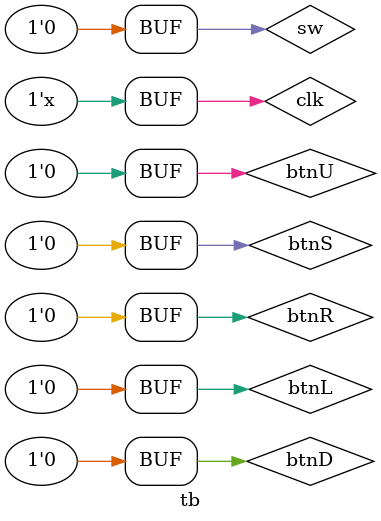
<source format=v>
`timescale 1ns / 1ps

module tb;

	// Inputs
	reg clk;
	reg btnU;
	reg btnD;
	reg btnL;
	reg btnR;
	reg btnS;
	reg sw;

	// Outputs
	wire [3:0] an;
	wire [7:0] seg;

	// Instantiate the Unit Under Test (UUT)
	calculator calculator_(
		.clk(clk), 
		.btnU(btnU), 
		.btnD(btnD), 
		.btnL(btnL), 
		.btnR(btnR), 
		.btnS(btnS), 
		.sw(sw), 
		.an(an), 
		.seg(seg)
	);

	initial begin
		// Initialize Inputs
		clk = 0;
		btnU = 0;
		btnD = 0;
		btnL = 0;
		btnR = 0;
		btnS = 0;
		sw = 0;

		// Wait 100 ns for global reset to finish
		#100000000;
        
		// Add stimulus here
        btnR = 1;
        #10000000;
        btnR = 0;
        
        
        #10000000;
        btnU = 1;
        #10000000;
        btnU = 0;

		#10000000;
        btnS = 1;
        #10000000;
        btnS = 0;        
        

	end

always #5 clk = ~clk;
      
endmodule


</source>
